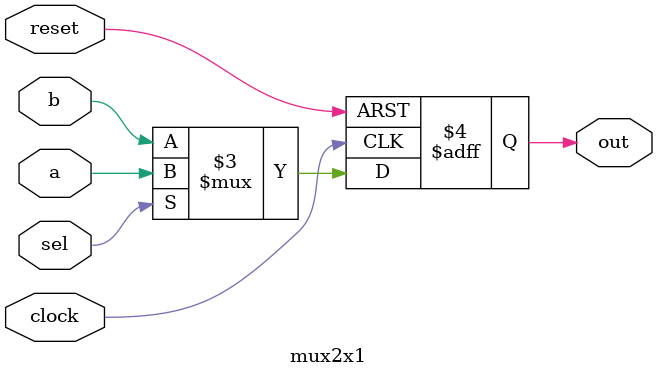
<source format=sv>
module mux2x1 #()(

  input logic clock,
  input logic reset,

  input logic a,
  input logic b,
  input logic sel,

  output logic out
);

always @(posedge clock, negedge reset) begin
  if(~reset) begin
    out <= 1'b0;
  end else begin
    out <= (sel) ? a : b;
  end  
end


endmodule: mux2x1
</source>
